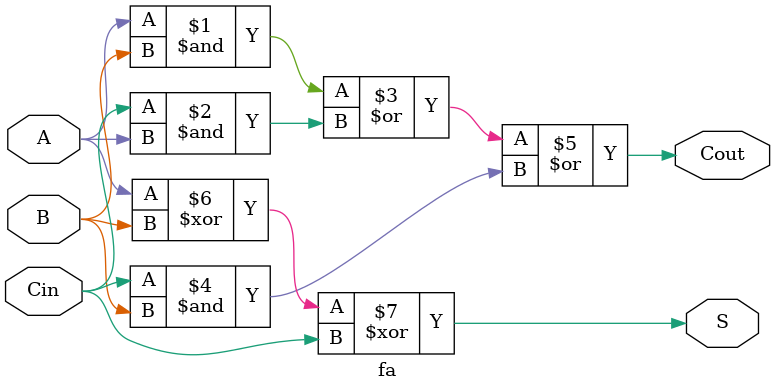
<source format=sv>
`default_nettype none
module fa (
  input Cin, A, B,
  output Cout, S
);

assign Cout = (A & B) | (Cin & A) | (Cin & B);
assign S = A ^ B ^ Cin;
endmodule
</source>
